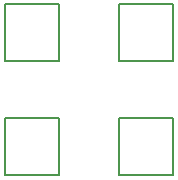
<source format=gbo>
G75*
%MOIN*%
%OFA0B0*%
%FSLAX25Y25*%
%IPPOS*%
%LPD*%
%AMOC8*
5,1,8,0,0,1.08239X$1,22.5*
%
%ADD10C,0.00500*%
D10*
X0010500Y0010154D02*
X0010500Y0028972D01*
X0028469Y0028972D01*
X0028469Y0010154D01*
X0010500Y0010154D01*
X0010500Y0048154D02*
X0010500Y0066972D01*
X0028469Y0066972D01*
X0028469Y0048154D01*
X0010500Y0048154D01*
X0048500Y0048154D02*
X0048500Y0066972D01*
X0066469Y0066972D01*
X0066469Y0048154D01*
X0048500Y0048154D01*
X0048500Y0028972D02*
X0048500Y0010154D01*
X0066469Y0010154D01*
X0066469Y0028972D01*
X0048500Y0028972D01*
M02*

</source>
